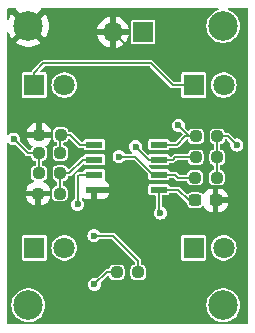
<source format=gbr>
G04 #@! TF.GenerationSoftware,KiCad,Pcbnew,8.0.1*
G04 #@! TF.CreationDate,2025-02-25T23:45:37-07:00*
G04 #@! TF.ProjectId,ColorSensing,436f6c6f-7253-4656-9e73-696e672e6b69,rev?*
G04 #@! TF.SameCoordinates,Original*
G04 #@! TF.FileFunction,Copper,L1,Top*
G04 #@! TF.FilePolarity,Positive*
%FSLAX46Y46*%
G04 Gerber Fmt 4.6, Leading zero omitted, Abs format (unit mm)*
G04 Created by KiCad (PCBNEW 8.0.1) date 2025-02-25 23:45:37*
%MOMM*%
%LPD*%
G01*
G04 APERTURE LIST*
G04 Aperture macros list*
%AMRoundRect*
0 Rectangle with rounded corners*
0 $1 Rounding radius*
0 $2 $3 $4 $5 $6 $7 $8 $9 X,Y pos of 4 corners*
0 Add a 4 corners polygon primitive as box body*
4,1,4,$2,$3,$4,$5,$6,$7,$8,$9,$2,$3,0*
0 Add four circle primitives for the rounded corners*
1,1,$1+$1,$2,$3*
1,1,$1+$1,$4,$5*
1,1,$1+$1,$6,$7*
1,1,$1+$1,$8,$9*
0 Add four rect primitives between the rounded corners*
20,1,$1+$1,$2,$3,$4,$5,0*
20,1,$1+$1,$4,$5,$6,$7,0*
20,1,$1+$1,$6,$7,$8,$9,0*
20,1,$1+$1,$8,$9,$2,$3,0*%
G04 Aperture macros list end*
G04 #@! TA.AperFunction,SMDPad,CuDef*
%ADD10RoundRect,0.237500X-0.250000X-0.237500X0.250000X-0.237500X0.250000X0.237500X-0.250000X0.237500X0*%
G04 #@! TD*
G04 #@! TA.AperFunction,ComponentPad*
%ADD11C,2.500000*%
G04 #@! TD*
G04 #@! TA.AperFunction,SMDPad,CuDef*
%ADD12RoundRect,0.237500X0.300000X0.237500X-0.300000X0.237500X-0.300000X-0.237500X0.300000X-0.237500X0*%
G04 #@! TD*
G04 #@! TA.AperFunction,SMDPad,CuDef*
%ADD13R,1.460500X0.558800*%
G04 #@! TD*
G04 #@! TA.AperFunction,ComponentPad*
%ADD14R,1.800000X1.800000*%
G04 #@! TD*
G04 #@! TA.AperFunction,ComponentPad*
%ADD15C,1.800000*%
G04 #@! TD*
G04 #@! TA.AperFunction,SMDPad,CuDef*
%ADD16RoundRect,0.237500X0.250000X0.237500X-0.250000X0.237500X-0.250000X-0.237500X0.250000X-0.237500X0*%
G04 #@! TD*
G04 #@! TA.AperFunction,ComponentPad*
%ADD17R,1.700000X1.700000*%
G04 #@! TD*
G04 #@! TA.AperFunction,ComponentPad*
%ADD18O,1.700000X1.700000*%
G04 #@! TD*
G04 #@! TA.AperFunction,ViaPad*
%ADD19C,0.600000*%
G04 #@! TD*
G04 #@! TA.AperFunction,Conductor*
%ADD20C,0.152400*%
G04 #@! TD*
G04 APERTURE END LIST*
D10*
X119390000Y-82460000D03*
X121215000Y-82460000D03*
D11*
X135000000Y-93640000D03*
D12*
X134345000Y-84740000D03*
X132620000Y-84740000D03*
D10*
X132620000Y-82840000D03*
X134445000Y-82840000D03*
X119390000Y-80760000D03*
X121215000Y-80760000D03*
D13*
X124091700Y-80040000D03*
X124091700Y-81310000D03*
X124091700Y-82580000D03*
X124091700Y-83850000D03*
X129540000Y-83850000D03*
X129540000Y-82580000D03*
X129540000Y-81310000D03*
X129540000Y-80040000D03*
D10*
X132680000Y-79330000D03*
X134505000Y-79330000D03*
D14*
X132500000Y-88780000D03*
D15*
X135040000Y-88780000D03*
D10*
X119330000Y-84180000D03*
X121155000Y-84180000D03*
D11*
X118500000Y-70000000D03*
D14*
X119000000Y-75000000D03*
D15*
X121540000Y-75000000D03*
D14*
X119000000Y-88780000D03*
D15*
X121540000Y-88780000D03*
D16*
X127800000Y-90850000D03*
X125975000Y-90850000D03*
D11*
X118500000Y-93640000D03*
D10*
X132670000Y-81110000D03*
X134495000Y-81110000D03*
D16*
X121225000Y-79210000D03*
X119400000Y-79210000D03*
D11*
X135000000Y-70000000D03*
D14*
X132500000Y-75000000D03*
D15*
X135040000Y-75000000D03*
D17*
X128215000Y-70500000D03*
D18*
X125675000Y-70500000D03*
D19*
X127340000Y-72090000D03*
X124580000Y-77980000D03*
X117400000Y-83300000D03*
X128260000Y-85220000D03*
X129740000Y-93300000D03*
X129170000Y-77820000D03*
X129790000Y-89150000D03*
X129670000Y-85830000D03*
X117250000Y-79550000D03*
X136150000Y-80070000D03*
X126180000Y-81050000D03*
X127580000Y-80210000D03*
X131200000Y-78420000D03*
X122670000Y-85100000D03*
X124100000Y-91870000D03*
X124060000Y-87740000D03*
D20*
X127340000Y-72090000D02*
X127265000Y-72090000D01*
X127265000Y-72090000D02*
X125675000Y-70500000D01*
X118460000Y-80760000D02*
X119390000Y-80760000D01*
X117250000Y-79550000D02*
X118460000Y-80760000D01*
X134445000Y-81160000D02*
X134495000Y-81110000D01*
X132620000Y-84740000D02*
X132060000Y-84740000D01*
X129540000Y-83850000D02*
X129540000Y-85700000D01*
X134505000Y-79330000D02*
X135410000Y-79330000D01*
X119390000Y-80760000D02*
X119390000Y-82460000D01*
X131170000Y-83850000D02*
X129540000Y-83850000D01*
X129540000Y-85700000D02*
X129670000Y-85830000D01*
X134495000Y-79340000D02*
X134505000Y-79330000D01*
X135410000Y-79330000D02*
X136150000Y-80070000D01*
X132060000Y-84740000D02*
X131170000Y-83850000D01*
X134495000Y-81110000D02*
X134495000Y-79340000D01*
X134445000Y-82840000D02*
X134445000Y-81160000D01*
X130750000Y-75000000D02*
X128920000Y-73170000D01*
X132500000Y-75000000D02*
X130750000Y-75000000D01*
X119770000Y-73170000D02*
X119000000Y-73940000D01*
X119000000Y-73940000D02*
X119000000Y-75000000D01*
X128920000Y-73170000D02*
X119770000Y-73170000D01*
X121215000Y-80760000D02*
X121215000Y-79220000D01*
X121225000Y-79210000D02*
X122040000Y-79210000D01*
X122870000Y-80040000D02*
X124091700Y-80040000D01*
X121215000Y-79220000D02*
X121225000Y-79210000D01*
X122040000Y-79210000D02*
X122870000Y-80040000D01*
X121155000Y-82520000D02*
X121215000Y-82460000D01*
X121960000Y-82460000D02*
X121215000Y-82460000D01*
X123110000Y-81310000D02*
X121960000Y-82460000D01*
X121155000Y-84180000D02*
X121155000Y-82520000D01*
X124091700Y-81310000D02*
X123110000Y-81310000D01*
X127559150Y-81050000D02*
X129089150Y-82580000D01*
X130880000Y-82580000D02*
X129540000Y-82580000D01*
X131140000Y-82840000D02*
X130880000Y-82580000D01*
X126180000Y-81050000D02*
X127559150Y-81050000D01*
X132620000Y-82840000D02*
X131140000Y-82840000D01*
X129089150Y-82580000D02*
X129540000Y-82580000D01*
X132670000Y-81110000D02*
X130920000Y-81110000D01*
X128680000Y-81310000D02*
X127580000Y-80210000D01*
X130720000Y-81310000D02*
X129540000Y-81310000D01*
X129540000Y-81310000D02*
X128680000Y-81310000D01*
X130920000Y-81110000D02*
X130720000Y-81310000D01*
X131780000Y-79330000D02*
X132680000Y-79330000D01*
X132680000Y-79330000D02*
X132110000Y-79330000D01*
X131070000Y-80040000D02*
X131780000Y-79330000D01*
X132680000Y-79330000D02*
X132680000Y-79100000D01*
X129540000Y-80040000D02*
X131070000Y-80040000D01*
X132110000Y-79330000D02*
X131200000Y-78420000D01*
X122790000Y-82580000D02*
X124091700Y-82580000D01*
X122670000Y-82700000D02*
X122790000Y-82580000D01*
X122670000Y-85100000D02*
X122670000Y-82700000D01*
X125120000Y-90850000D02*
X124100000Y-91870000D01*
X125975000Y-90850000D02*
X125120000Y-90850000D01*
X124060000Y-87740000D02*
X125640000Y-87740000D01*
X127800000Y-89900000D02*
X127800000Y-90850000D01*
X125640000Y-87740000D02*
X127800000Y-89900000D01*
G04 #@! TA.AperFunction,Conductor*
G36*
X134595875Y-68508093D02*
G01*
X134621595Y-68552642D01*
X134612662Y-68603300D01*
X134573257Y-68636365D01*
X134572010Y-68636806D01*
X134481598Y-68667844D01*
X134424288Y-68687519D01*
X134424286Y-68687520D01*
X134216118Y-68800175D01*
X134029324Y-68945562D01*
X134029320Y-68945566D01*
X133869006Y-69119714D01*
X133739543Y-69317872D01*
X133739542Y-69317876D01*
X133644458Y-69534644D01*
X133586352Y-69764104D01*
X133586351Y-69764107D01*
X133566805Y-69999998D01*
X133566805Y-70000001D01*
X133586351Y-70235892D01*
X133586351Y-70235894D01*
X133586352Y-70235896D01*
X133644459Y-70465358D01*
X133681360Y-70549482D01*
X133739542Y-70682123D01*
X133739543Y-70682127D01*
X133869006Y-70880285D01*
X134029320Y-71054433D01*
X134029324Y-71054437D01*
X134216118Y-71199824D01*
X134424286Y-71312479D01*
X134424292Y-71312482D01*
X134424293Y-71312482D01*
X134424299Y-71312485D01*
X134584725Y-71367559D01*
X134648171Y-71389340D01*
X134881648Y-71428300D01*
X134881651Y-71428300D01*
X135118349Y-71428300D01*
X135118352Y-71428300D01*
X135351829Y-71389340D01*
X135503902Y-71337132D01*
X135575700Y-71312485D01*
X135575702Y-71312484D01*
X135575708Y-71312482D01*
X135783883Y-71199823D01*
X135970677Y-71054436D01*
X136130992Y-70880287D01*
X136260457Y-70682125D01*
X136355541Y-70465358D01*
X136413648Y-70235896D01*
X136433195Y-70000000D01*
X136413648Y-69764104D01*
X136355541Y-69534642D01*
X136260457Y-69317875D01*
X136260456Y-69317874D01*
X136260456Y-69317872D01*
X136130993Y-69119714D01*
X135970679Y-68945566D01*
X135970675Y-68945562D01*
X135783881Y-68800175D01*
X135575713Y-68687520D01*
X135575711Y-68687519D01*
X135568568Y-68685067D01*
X135428044Y-68636824D01*
X135388040Y-68604490D01*
X135378178Y-68554005D01*
X135403075Y-68508991D01*
X135451081Y-68490513D01*
X135452463Y-68490500D01*
X137044300Y-68490500D01*
X137092638Y-68508093D01*
X137118358Y-68552642D01*
X137119500Y-68565700D01*
X137119500Y-95164300D01*
X137101907Y-95212638D01*
X137057358Y-95238358D01*
X137044300Y-95239500D01*
X116765700Y-95239500D01*
X116717362Y-95221907D01*
X116691642Y-95177358D01*
X116690500Y-95164300D01*
X116690500Y-93640001D01*
X117066805Y-93640001D01*
X117086351Y-93875892D01*
X117086352Y-93875895D01*
X117144458Y-94105355D01*
X117239542Y-94322123D01*
X117239543Y-94322127D01*
X117369006Y-94520285D01*
X117529320Y-94694433D01*
X117529324Y-94694437D01*
X117716118Y-94839824D01*
X117924286Y-94952479D01*
X117924292Y-94952482D01*
X117924293Y-94952482D01*
X117924299Y-94952485D01*
X118093293Y-95010500D01*
X118148171Y-95029340D01*
X118381648Y-95068300D01*
X118381651Y-95068300D01*
X118618349Y-95068300D01*
X118618352Y-95068300D01*
X118851829Y-95029340D01*
X119003902Y-94977132D01*
X119075700Y-94952485D01*
X119075702Y-94952484D01*
X119075708Y-94952482D01*
X119283883Y-94839823D01*
X119470677Y-94694436D01*
X119630992Y-94520287D01*
X119760457Y-94322125D01*
X119855541Y-94105358D01*
X119913648Y-93875896D01*
X119933195Y-93640001D01*
X133566805Y-93640001D01*
X133586351Y-93875892D01*
X133586352Y-93875895D01*
X133644458Y-94105355D01*
X133739542Y-94322123D01*
X133739543Y-94322127D01*
X133869006Y-94520285D01*
X134029320Y-94694433D01*
X134029324Y-94694437D01*
X134216118Y-94839824D01*
X134424286Y-94952479D01*
X134424292Y-94952482D01*
X134424293Y-94952482D01*
X134424299Y-94952485D01*
X134593293Y-95010500D01*
X134648171Y-95029340D01*
X134881648Y-95068300D01*
X134881651Y-95068300D01*
X135118349Y-95068300D01*
X135118352Y-95068300D01*
X135351829Y-95029340D01*
X135503902Y-94977132D01*
X135575700Y-94952485D01*
X135575702Y-94952484D01*
X135575708Y-94952482D01*
X135783883Y-94839823D01*
X135970677Y-94694436D01*
X136130992Y-94520287D01*
X136260457Y-94322125D01*
X136355541Y-94105358D01*
X136413648Y-93875896D01*
X136433195Y-93640000D01*
X136413648Y-93404104D01*
X136355541Y-93174642D01*
X136260457Y-92957875D01*
X136260456Y-92957874D01*
X136260456Y-92957872D01*
X136130993Y-92759714D01*
X135970679Y-92585566D01*
X135970675Y-92585562D01*
X135783881Y-92440175D01*
X135575713Y-92327520D01*
X135575700Y-92327514D01*
X135351842Y-92250664D01*
X135351836Y-92250662D01*
X135351829Y-92250660D01*
X135351822Y-92250658D01*
X135351819Y-92250658D01*
X135118357Y-92211700D01*
X135118352Y-92211700D01*
X134881648Y-92211700D01*
X134881642Y-92211700D01*
X134648180Y-92250658D01*
X134648174Y-92250659D01*
X134648171Y-92250660D01*
X134648166Y-92250661D01*
X134648157Y-92250664D01*
X134424299Y-92327514D01*
X134424286Y-92327520D01*
X134216118Y-92440175D01*
X134029324Y-92585562D01*
X134029320Y-92585566D01*
X133869006Y-92759714D01*
X133739543Y-92957872D01*
X133739542Y-92957876D01*
X133644458Y-93174644D01*
X133586352Y-93404104D01*
X133586351Y-93404107D01*
X133566805Y-93639998D01*
X133566805Y-93640001D01*
X119933195Y-93640001D01*
X119933195Y-93640000D01*
X119913648Y-93404104D01*
X119855541Y-93174642D01*
X119760457Y-92957875D01*
X119760456Y-92957874D01*
X119760456Y-92957872D01*
X119630993Y-92759714D01*
X119470679Y-92585566D01*
X119470675Y-92585562D01*
X119283881Y-92440175D01*
X119075713Y-92327520D01*
X119075700Y-92327514D01*
X118851842Y-92250664D01*
X118851836Y-92250662D01*
X118851829Y-92250660D01*
X118851822Y-92250658D01*
X118851819Y-92250658D01*
X118618357Y-92211700D01*
X118618352Y-92211700D01*
X118381648Y-92211700D01*
X118381642Y-92211700D01*
X118148180Y-92250658D01*
X118148174Y-92250659D01*
X118148171Y-92250660D01*
X118148166Y-92250661D01*
X118148157Y-92250664D01*
X117924299Y-92327514D01*
X117924286Y-92327520D01*
X117716118Y-92440175D01*
X117529324Y-92585562D01*
X117529320Y-92585566D01*
X117369006Y-92759714D01*
X117239543Y-92957872D01*
X117239542Y-92957876D01*
X117144458Y-93174644D01*
X117086352Y-93404104D01*
X117086351Y-93404107D01*
X117066805Y-93639998D01*
X117066805Y-93640001D01*
X116690500Y-93640001D01*
X116690500Y-91870000D01*
X123544750Y-91870000D01*
X123563670Y-92013709D01*
X123563671Y-92013711D01*
X123619139Y-92147626D01*
X123707378Y-92262621D01*
X123822373Y-92350860D01*
X123822374Y-92350860D01*
X123822375Y-92350861D01*
X123956291Y-92406330D01*
X124100000Y-92425250D01*
X124243709Y-92406330D01*
X124377625Y-92350861D01*
X124492621Y-92262621D01*
X124580861Y-92147625D01*
X124636330Y-92013709D01*
X124655250Y-91870000D01*
X124637365Y-91734155D01*
X124648499Y-91683937D01*
X124658743Y-91671173D01*
X125191235Y-91138682D01*
X125237854Y-91116943D01*
X125287541Y-91130257D01*
X125317046Y-91172394D01*
X125318682Y-91180095D01*
X125324619Y-91217588D01*
X125384418Y-91334949D01*
X125477550Y-91428081D01*
X125477552Y-91428082D01*
X125594907Y-91487878D01*
X125594909Y-91487879D01*
X125692275Y-91503300D01*
X126257724Y-91503299D01*
X126264341Y-91502250D01*
X126355089Y-91487880D01*
X126375700Y-91477378D01*
X126472448Y-91428082D01*
X126565582Y-91334948D01*
X126625379Y-91217591D01*
X126640800Y-91120225D01*
X126640799Y-90579776D01*
X126633243Y-90532063D01*
X126625380Y-90482410D01*
X126565581Y-90365050D01*
X126472449Y-90271918D01*
X126355091Y-90212121D01*
X126355093Y-90212121D01*
X126292937Y-90202277D01*
X126257725Y-90196700D01*
X126257723Y-90196700D01*
X125692281Y-90196700D01*
X125692269Y-90196701D01*
X125594910Y-90212119D01*
X125477550Y-90271918D01*
X125384418Y-90365050D01*
X125324621Y-90482407D01*
X125316757Y-90532063D01*
X125291819Y-90577054D01*
X125243796Y-90595489D01*
X125242483Y-90595500D01*
X125179383Y-90595500D01*
X125179375Y-90595499D01*
X125170623Y-90595499D01*
X125069377Y-90595499D01*
X125010390Y-90619932D01*
X124975834Y-90634246D01*
X124298829Y-91311251D01*
X124252209Y-91332991D01*
X124235840Y-91332634D01*
X124100000Y-91314750D01*
X123956291Y-91333670D01*
X123956288Y-91333670D01*
X123956288Y-91333671D01*
X123822373Y-91389139D01*
X123707378Y-91477378D01*
X123619139Y-91592373D01*
X123563671Y-91726288D01*
X123563670Y-91726291D01*
X123544750Y-91870000D01*
X116690500Y-91870000D01*
X116690500Y-89697559D01*
X117921700Y-89697559D01*
X117921701Y-89697564D01*
X117932043Y-89749565D01*
X117932045Y-89749571D01*
X117971451Y-89808545D01*
X117971452Y-89808545D01*
X117971453Y-89808547D01*
X118030431Y-89847955D01*
X118082439Y-89858300D01*
X119917560Y-89858299D01*
X119943564Y-89853127D01*
X119969565Y-89847956D01*
X119969566Y-89847955D01*
X119969569Y-89847955D01*
X119969569Y-89847954D01*
X119969571Y-89847954D01*
X120009043Y-89821579D01*
X120028547Y-89808547D01*
X120067955Y-89749569D01*
X120078300Y-89697561D01*
X120078300Y-88780002D01*
X120457080Y-88780002D01*
X120475519Y-88978985D01*
X120475520Y-88978994D01*
X120530204Y-89171187D01*
X120530210Y-89171203D01*
X120619280Y-89350080D01*
X120739708Y-89509554D01*
X120739711Y-89509557D01*
X120887392Y-89644187D01*
X121057297Y-89749388D01*
X121057299Y-89749388D01*
X121057301Y-89749390D01*
X121243645Y-89821580D01*
X121440081Y-89858300D01*
X121440086Y-89858300D01*
X121639914Y-89858300D01*
X121639919Y-89858300D01*
X121836355Y-89821580D01*
X122022699Y-89749390D01*
X122192605Y-89644189D01*
X122340288Y-89509558D01*
X122460717Y-89350084D01*
X122549793Y-89171196D01*
X122604481Y-88978986D01*
X122622920Y-88780000D01*
X122604481Y-88581014D01*
X122604479Y-88581008D01*
X122604479Y-88581005D01*
X122549795Y-88388812D01*
X122549793Y-88388804D01*
X122546984Y-88383163D01*
X122460719Y-88209919D01*
X122340291Y-88050445D01*
X122340288Y-88050442D01*
X122192607Y-87915812D01*
X122022702Y-87810611D01*
X121840434Y-87740000D01*
X123504750Y-87740000D01*
X123523670Y-87883709D01*
X123523671Y-87883711D01*
X123579139Y-88017626D01*
X123667378Y-88132621D01*
X123782373Y-88220860D01*
X123782374Y-88220860D01*
X123782375Y-88220861D01*
X123916291Y-88276330D01*
X124060000Y-88295250D01*
X124203709Y-88276330D01*
X124337625Y-88220861D01*
X124452621Y-88132621D01*
X124515677Y-88050445D01*
X124536030Y-88023921D01*
X124579414Y-87996283D01*
X124595690Y-87994500D01*
X125503434Y-87994500D01*
X125551772Y-88012093D01*
X125556608Y-88016526D01*
X127523474Y-89983391D01*
X127545214Y-90030011D01*
X127545500Y-90036565D01*
X127545500Y-90128003D01*
X127527907Y-90176341D01*
X127483358Y-90202061D01*
X127482063Y-90202277D01*
X127419910Y-90212119D01*
X127302550Y-90271918D01*
X127209418Y-90365050D01*
X127149621Y-90482407D01*
X127134200Y-90579773D01*
X127134200Y-91120218D01*
X127134201Y-91120230D01*
X127149619Y-91217589D01*
X127209418Y-91334949D01*
X127302550Y-91428081D01*
X127302552Y-91428082D01*
X127419907Y-91487878D01*
X127419909Y-91487879D01*
X127517275Y-91503300D01*
X128082724Y-91503299D01*
X128089341Y-91502250D01*
X128180089Y-91487880D01*
X128200700Y-91477378D01*
X128297448Y-91428082D01*
X128390582Y-91334948D01*
X128450379Y-91217591D01*
X128465800Y-91120225D01*
X128465799Y-90579776D01*
X128458243Y-90532063D01*
X128450380Y-90482410D01*
X128390581Y-90365050D01*
X128297449Y-90271918D01*
X128180091Y-90212121D01*
X128180093Y-90212121D01*
X128143363Y-90206303D01*
X128117935Y-90202276D01*
X128072946Y-90177339D01*
X128054511Y-90129316D01*
X128054500Y-90128003D01*
X128054500Y-89849377D01*
X128015755Y-89755837D01*
X128015754Y-89755836D01*
X128015754Y-89755835D01*
X127957478Y-89697559D01*
X131421700Y-89697559D01*
X131421701Y-89697564D01*
X131432043Y-89749565D01*
X131432045Y-89749571D01*
X131471451Y-89808545D01*
X131471452Y-89808545D01*
X131471453Y-89808547D01*
X131530431Y-89847955D01*
X131582439Y-89858300D01*
X133417560Y-89858299D01*
X133443564Y-89853127D01*
X133469565Y-89847956D01*
X133469566Y-89847955D01*
X133469569Y-89847955D01*
X133469569Y-89847954D01*
X133469571Y-89847954D01*
X133509043Y-89821579D01*
X133528547Y-89808547D01*
X133567955Y-89749569D01*
X133578300Y-89697561D01*
X133578300Y-88780002D01*
X133957080Y-88780002D01*
X133975519Y-88978985D01*
X133975520Y-88978994D01*
X134030204Y-89171187D01*
X134030210Y-89171203D01*
X134119280Y-89350080D01*
X134239708Y-89509554D01*
X134239711Y-89509557D01*
X134387392Y-89644187D01*
X134557297Y-89749388D01*
X134557299Y-89749388D01*
X134557301Y-89749390D01*
X134743645Y-89821580D01*
X134940081Y-89858300D01*
X134940086Y-89858300D01*
X135139914Y-89858300D01*
X135139919Y-89858300D01*
X135336355Y-89821580D01*
X135522699Y-89749390D01*
X135692605Y-89644189D01*
X135840288Y-89509558D01*
X135960717Y-89350084D01*
X136049793Y-89171196D01*
X136104481Y-88978986D01*
X136122920Y-88780000D01*
X136104481Y-88581014D01*
X136104479Y-88581008D01*
X136104479Y-88581005D01*
X136049795Y-88388812D01*
X136049793Y-88388804D01*
X136046984Y-88383163D01*
X135960719Y-88209919D01*
X135840291Y-88050445D01*
X135840288Y-88050442D01*
X135692607Y-87915812D01*
X135522702Y-87810611D01*
X135336356Y-87738420D01*
X135303615Y-87732300D01*
X135139919Y-87701700D01*
X134940081Y-87701700D01*
X134809123Y-87726180D01*
X134743643Y-87738420D01*
X134557298Y-87810611D01*
X134557297Y-87810611D01*
X134387392Y-87915812D01*
X134239711Y-88050442D01*
X134239708Y-88050445D01*
X134119280Y-88209919D01*
X134030210Y-88388796D01*
X134030204Y-88388812D01*
X133975520Y-88581005D01*
X133975519Y-88581014D01*
X133957080Y-88779997D01*
X133957080Y-88780002D01*
X133578300Y-88780002D01*
X133578299Y-87862440D01*
X133567955Y-87810431D01*
X133567954Y-87810428D01*
X133528548Y-87751454D01*
X133511406Y-87740000D01*
X133469569Y-87712045D01*
X133469567Y-87712044D01*
X133417561Y-87701700D01*
X131582440Y-87701700D01*
X131582435Y-87701701D01*
X131530434Y-87712043D01*
X131530428Y-87712045D01*
X131471454Y-87751451D01*
X131432045Y-87810431D01*
X131432044Y-87810432D01*
X131421700Y-87862438D01*
X131421700Y-89697559D01*
X127957478Y-89697559D01*
X127939884Y-89679965D01*
X127939869Y-89679952D01*
X125784164Y-87524245D01*
X125690623Y-87485500D01*
X124595690Y-87485500D01*
X124547352Y-87467907D01*
X124536030Y-87456079D01*
X124452621Y-87347378D01*
X124337626Y-87259139D01*
X124203711Y-87203671D01*
X124203709Y-87203670D01*
X124060000Y-87184750D01*
X123916291Y-87203670D01*
X123916288Y-87203670D01*
X123916288Y-87203671D01*
X123782373Y-87259139D01*
X123667378Y-87347378D01*
X123579139Y-87462373D01*
X123523671Y-87596288D01*
X123523670Y-87596291D01*
X123504750Y-87740000D01*
X121840434Y-87740000D01*
X121836356Y-87738420D01*
X121803615Y-87732300D01*
X121639919Y-87701700D01*
X121440081Y-87701700D01*
X121309123Y-87726180D01*
X121243643Y-87738420D01*
X121057298Y-87810611D01*
X121057297Y-87810611D01*
X120887392Y-87915812D01*
X120739711Y-88050442D01*
X120739708Y-88050445D01*
X120619280Y-88209919D01*
X120530210Y-88388796D01*
X120530204Y-88388812D01*
X120475520Y-88581005D01*
X120475519Y-88581014D01*
X120457080Y-88779997D01*
X120457080Y-88780002D01*
X120078300Y-88780002D01*
X120078299Y-87862440D01*
X120067955Y-87810431D01*
X120067954Y-87810428D01*
X120028548Y-87751454D01*
X120011406Y-87740000D01*
X119969569Y-87712045D01*
X119969567Y-87712044D01*
X119917561Y-87701700D01*
X118082440Y-87701700D01*
X118082435Y-87701701D01*
X118030434Y-87712043D01*
X118030428Y-87712045D01*
X117971454Y-87751451D01*
X117932045Y-87810431D01*
X117932044Y-87810432D01*
X117921700Y-87862438D01*
X117921700Y-89697559D01*
X116690500Y-89697559D01*
X116690500Y-84430000D01*
X118342501Y-84430000D01*
X118342501Y-84466641D01*
X118352820Y-84567655D01*
X118407048Y-84731305D01*
X118497552Y-84878034D01*
X118497555Y-84878038D01*
X118619461Y-84999944D01*
X118619465Y-84999947D01*
X118766195Y-85090451D01*
X118766194Y-85090451D01*
X118929847Y-85144679D01*
X118929849Y-85144680D01*
X119030858Y-85154999D01*
X119079999Y-85154998D01*
X119080000Y-85154998D01*
X119080000Y-84430000D01*
X119580000Y-84430000D01*
X119580000Y-85154999D01*
X119629141Y-85154999D01*
X119730155Y-85144679D01*
X119864988Y-85100000D01*
X122114750Y-85100000D01*
X122133670Y-85243709D01*
X122144639Y-85270190D01*
X122189139Y-85377626D01*
X122277378Y-85492621D01*
X122392373Y-85580860D01*
X122392374Y-85580860D01*
X122392375Y-85580861D01*
X122526291Y-85636330D01*
X122670000Y-85655250D01*
X122813709Y-85636330D01*
X122947625Y-85580861D01*
X123062621Y-85492621D01*
X123150861Y-85377625D01*
X123206330Y-85243709D01*
X123225250Y-85100000D01*
X123206330Y-84956291D01*
X123150861Y-84822375D01*
X123150860Y-84822374D01*
X123150860Y-84822373D01*
X123062618Y-84707375D01*
X123059136Y-84703893D01*
X123060863Y-84702165D01*
X123038041Y-84666342D01*
X123044756Y-84615342D01*
X123082681Y-84580590D01*
X123134072Y-84578347D01*
X123137739Y-84579607D01*
X123254072Y-84622997D01*
X123254075Y-84622998D01*
X123313618Y-84629399D01*
X123313630Y-84629400D01*
X123841700Y-84629400D01*
X123841700Y-84100000D01*
X124341700Y-84100000D01*
X124341700Y-84629400D01*
X124869770Y-84629400D01*
X124869781Y-84629399D01*
X124929324Y-84622998D01*
X124929327Y-84622997D01*
X125064040Y-84572751D01*
X125064042Y-84572750D01*
X125179139Y-84486589D01*
X125265300Y-84371492D01*
X125265301Y-84371490D01*
X125315547Y-84236777D01*
X125315548Y-84236774D01*
X125321949Y-84177231D01*
X125321950Y-84177220D01*
X125321950Y-84146959D01*
X128631450Y-84146959D01*
X128631451Y-84146964D01*
X128641793Y-84198965D01*
X128641795Y-84198971D01*
X128681201Y-84257945D01*
X128681202Y-84257945D01*
X128681203Y-84257947D01*
X128740181Y-84297355D01*
X128792189Y-84307700D01*
X129210300Y-84307699D01*
X129258637Y-84325292D01*
X129284358Y-84369840D01*
X129285500Y-84382899D01*
X129285500Y-85401268D01*
X129269960Y-85447047D01*
X129189139Y-85552373D01*
X129146527Y-85655250D01*
X129133670Y-85686291D01*
X129114750Y-85830000D01*
X129133670Y-85973709D01*
X129133671Y-85973711D01*
X129189139Y-86107626D01*
X129277378Y-86222621D01*
X129392373Y-86310860D01*
X129392374Y-86310860D01*
X129392375Y-86310861D01*
X129526291Y-86366330D01*
X129670000Y-86385250D01*
X129813709Y-86366330D01*
X129947625Y-86310861D01*
X130062621Y-86222621D01*
X130150861Y-86107625D01*
X130206330Y-85973709D01*
X130225250Y-85830000D01*
X130206330Y-85686291D01*
X130150861Y-85552375D01*
X130150860Y-85552374D01*
X130150860Y-85552373D01*
X130062621Y-85437378D01*
X129947626Y-85349139D01*
X129840923Y-85304942D01*
X129802997Y-85270190D01*
X129794500Y-85235466D01*
X129794500Y-84382899D01*
X129812093Y-84334561D01*
X129856642Y-84308841D01*
X129869700Y-84307699D01*
X130287810Y-84307699D01*
X130313814Y-84302527D01*
X130339815Y-84297356D01*
X130339816Y-84297355D01*
X130339819Y-84297355D01*
X130339819Y-84297354D01*
X130339821Y-84297354D01*
X130369308Y-84277651D01*
X130398797Y-84257947D01*
X130438205Y-84198969D01*
X130444956Y-84165028D01*
X130471642Y-84121053D01*
X130518711Y-84104500D01*
X131033434Y-84104500D01*
X131081772Y-84122093D01*
X131086608Y-84126526D01*
X131839952Y-84879869D01*
X131839958Y-84879876D01*
X131844244Y-84884162D01*
X131844245Y-84884163D01*
X131882174Y-84922092D01*
X131903914Y-84968711D01*
X131904200Y-84975264D01*
X131904200Y-85010217D01*
X131904202Y-85010230D01*
X131919619Y-85107589D01*
X131979418Y-85224949D01*
X132072550Y-85318081D01*
X132072552Y-85318082D01*
X132189907Y-85377878D01*
X132189909Y-85377879D01*
X132287275Y-85393300D01*
X132952724Y-85393299D01*
X132959341Y-85392250D01*
X133050089Y-85377880D01*
X133050093Y-85377878D01*
X133167448Y-85318082D01*
X133241581Y-85243948D01*
X133288200Y-85222209D01*
X133337888Y-85235522D01*
X133366138Y-85273469D01*
X133372048Y-85291305D01*
X133462552Y-85438034D01*
X133462555Y-85438038D01*
X133584461Y-85559944D01*
X133584465Y-85559947D01*
X133731195Y-85650451D01*
X133731194Y-85650451D01*
X133894847Y-85704679D01*
X133894849Y-85704680D01*
X133995858Y-85714999D01*
X134095000Y-85714999D01*
X134095000Y-84990000D01*
X134595000Y-84990000D01*
X134595000Y-85714999D01*
X134694141Y-85714999D01*
X134795155Y-85704679D01*
X134958805Y-85650451D01*
X135105534Y-85559947D01*
X135105538Y-85559944D01*
X135227444Y-85438038D01*
X135227447Y-85438034D01*
X135317951Y-85291305D01*
X135372179Y-85127652D01*
X135372180Y-85127650D01*
X135382500Y-85026640D01*
X135382500Y-84990000D01*
X134595000Y-84990000D01*
X134095000Y-84990000D01*
X134095000Y-83765000D01*
X134595000Y-83765000D01*
X134595000Y-84490000D01*
X135382499Y-84490000D01*
X135382499Y-84453358D01*
X135372179Y-84352344D01*
X135317951Y-84188694D01*
X135227447Y-84041965D01*
X135227444Y-84041961D01*
X135105538Y-83920055D01*
X135105534Y-83920052D01*
X134958804Y-83829548D01*
X134958805Y-83829548D01*
X134795152Y-83775320D01*
X134795150Y-83775319D01*
X134694141Y-83765000D01*
X134595000Y-83765000D01*
X134095000Y-83765000D01*
X133995859Y-83765000D01*
X133894844Y-83775320D01*
X133731194Y-83829548D01*
X133584465Y-83920052D01*
X133584461Y-83920055D01*
X133462555Y-84041961D01*
X133462552Y-84041965D01*
X133372048Y-84188693D01*
X133366138Y-84206531D01*
X133334232Y-84246880D01*
X133283855Y-84257282D01*
X133241581Y-84236050D01*
X133167449Y-84161918D01*
X133050091Y-84102121D01*
X133050093Y-84102121D01*
X133001408Y-84094410D01*
X132952725Y-84086700D01*
X132952723Y-84086700D01*
X132287281Y-84086700D01*
X132287269Y-84086701D01*
X132189910Y-84102119D01*
X132072552Y-84161917D01*
X132010367Y-84224102D01*
X131963747Y-84245841D01*
X131914060Y-84232527D01*
X131904019Y-84224101D01*
X131314164Y-83634245D01*
X131220623Y-83595500D01*
X130518710Y-83595500D01*
X130470372Y-83577907D01*
X130444955Y-83534969D01*
X130438205Y-83501031D01*
X130438204Y-83501029D01*
X130438204Y-83501028D01*
X130398798Y-83442054D01*
X130398794Y-83442051D01*
X130339819Y-83402645D01*
X130339817Y-83402644D01*
X130287811Y-83392300D01*
X128792190Y-83392300D01*
X128792185Y-83392301D01*
X128740184Y-83402643D01*
X128740178Y-83402645D01*
X128681204Y-83442051D01*
X128641795Y-83501031D01*
X128641794Y-83501032D01*
X128631450Y-83553038D01*
X128631450Y-84146959D01*
X125321950Y-84146959D01*
X125321950Y-84100000D01*
X124341700Y-84100000D01*
X123841700Y-84100000D01*
X123841700Y-83675200D01*
X123859293Y-83626862D01*
X123903842Y-83601142D01*
X123916900Y-83600000D01*
X125321950Y-83600000D01*
X125321950Y-83522780D01*
X125321949Y-83522768D01*
X125315548Y-83463225D01*
X125315547Y-83463222D01*
X125265301Y-83328509D01*
X125265300Y-83328507D01*
X125179139Y-83213410D01*
X125064042Y-83127249D01*
X125064040Y-83127248D01*
X124987688Y-83098770D01*
X124948547Y-83065393D01*
X124940016Y-83014665D01*
X124951442Y-82986532D01*
X124989905Y-82928969D01*
X125000250Y-82876961D01*
X125000249Y-82283040D01*
X124989905Y-82231031D01*
X124989904Y-82231028D01*
X124950498Y-82172054D01*
X124950494Y-82172051D01*
X124891519Y-82132645D01*
X124891517Y-82132644D01*
X124839511Y-82122300D01*
X123343890Y-82122300D01*
X123343885Y-82122301D01*
X123291884Y-82132643D01*
X123291878Y-82132645D01*
X123232904Y-82172051D01*
X123193495Y-82231031D01*
X123193494Y-82231032D01*
X123186744Y-82264971D01*
X123160058Y-82308947D01*
X123112989Y-82325500D01*
X122849383Y-82325500D01*
X122849375Y-82325499D01*
X122840623Y-82325499D01*
X122739377Y-82325499D01*
X122692607Y-82344872D01*
X122645836Y-82364245D01*
X122585837Y-82424245D01*
X122525837Y-82484245D01*
X122503270Y-82506812D01*
X122454244Y-82555837D01*
X122415500Y-82649376D01*
X122415500Y-84564310D01*
X122397907Y-84612648D01*
X122386079Y-84623970D01*
X122277378Y-84707378D01*
X122189139Y-84822373D01*
X122147836Y-84922091D01*
X122133670Y-84956291D01*
X122114750Y-85100000D01*
X119864988Y-85100000D01*
X119893805Y-85090451D01*
X120040534Y-84999947D01*
X120040538Y-84999944D01*
X120162444Y-84878038D01*
X120162447Y-84878034D01*
X120252951Y-84731305D01*
X120307179Y-84567652D01*
X120307180Y-84567650D01*
X120317500Y-84466640D01*
X120317500Y-84450218D01*
X120489200Y-84450218D01*
X120489201Y-84450230D01*
X120504619Y-84547589D01*
X120564418Y-84664949D01*
X120657550Y-84758081D01*
X120657552Y-84758082D01*
X120774907Y-84817878D01*
X120774909Y-84817879D01*
X120872275Y-84833300D01*
X121437724Y-84833299D01*
X121444341Y-84832250D01*
X121535089Y-84817880D01*
X121535093Y-84817878D01*
X121652448Y-84758082D01*
X121745582Y-84664948D01*
X121805379Y-84547591D01*
X121820800Y-84450225D01*
X121820799Y-83909776D01*
X121818199Y-83893358D01*
X121805380Y-83812410D01*
X121745581Y-83695050D01*
X121652449Y-83601918D01*
X121535091Y-83542121D01*
X121535093Y-83542121D01*
X121489928Y-83534968D01*
X121472935Y-83532276D01*
X121427946Y-83507339D01*
X121409511Y-83459316D01*
X121409500Y-83458003D01*
X121409500Y-83188499D01*
X121427093Y-83140161D01*
X121471642Y-83114441D01*
X121484700Y-83113299D01*
X121497719Y-83113299D01*
X121497724Y-83113299D01*
X121505339Y-83112093D01*
X121595089Y-83097880D01*
X121601723Y-83094500D01*
X121712448Y-83038082D01*
X121805582Y-82944948D01*
X121865379Y-82827591D01*
X121873243Y-82777936D01*
X121898181Y-82732946D01*
X121946204Y-82714511D01*
X121947517Y-82714500D01*
X122010622Y-82714500D01*
X122010623Y-82714500D01*
X122104163Y-82675755D01*
X123099645Y-81680271D01*
X123146263Y-81658533D01*
X123195950Y-81671847D01*
X123215343Y-81691668D01*
X123232901Y-81717945D01*
X123232902Y-81717945D01*
X123232903Y-81717947D01*
X123291881Y-81757355D01*
X123343889Y-81767700D01*
X124839510Y-81767699D01*
X124865514Y-81762527D01*
X124891515Y-81757356D01*
X124891516Y-81757355D01*
X124891519Y-81757355D01*
X124891519Y-81757354D01*
X124891521Y-81757354D01*
X124921008Y-81737651D01*
X124950497Y-81717947D01*
X124989905Y-81658969D01*
X125000250Y-81606961D01*
X125000249Y-81050000D01*
X125624750Y-81050000D01*
X125643670Y-81193709D01*
X125643671Y-81193711D01*
X125699139Y-81327626D01*
X125787378Y-81442621D01*
X125902373Y-81530860D01*
X125902374Y-81530860D01*
X125902375Y-81530861D01*
X126036291Y-81586330D01*
X126180000Y-81605250D01*
X126323709Y-81586330D01*
X126457625Y-81530861D01*
X126572621Y-81442621D01*
X126656030Y-81333921D01*
X126699414Y-81306283D01*
X126715690Y-81304500D01*
X127422584Y-81304500D01*
X127470922Y-81322093D01*
X127475758Y-81326526D01*
X128609424Y-82460192D01*
X128631164Y-82506812D01*
X128631450Y-82513366D01*
X128631450Y-82876959D01*
X128631451Y-82876964D01*
X128641793Y-82928965D01*
X128641795Y-82928971D01*
X128681201Y-82987945D01*
X128681202Y-82987945D01*
X128681203Y-82987947D01*
X128740181Y-83027355D01*
X128792189Y-83037700D01*
X130287810Y-83037699D01*
X130313814Y-83032527D01*
X130339815Y-83027356D01*
X130339816Y-83027355D01*
X130339819Y-83027355D01*
X130339819Y-83027354D01*
X130339821Y-83027354D01*
X130369308Y-83007651D01*
X130398797Y-82987947D01*
X130438205Y-82928969D01*
X130444956Y-82895028D01*
X130471642Y-82851053D01*
X130518711Y-82834500D01*
X130743433Y-82834500D01*
X130791771Y-82852093D01*
X130796607Y-82856525D01*
X130919955Y-82979872D01*
X130919968Y-82979887D01*
X130995835Y-83055754D01*
X130995836Y-83055754D01*
X130995837Y-83055755D01*
X131023234Y-83067103D01*
X131089377Y-83094501D01*
X131199376Y-83094501D01*
X131199384Y-83094500D01*
X131887483Y-83094500D01*
X131935821Y-83112093D01*
X131961541Y-83156642D01*
X131961757Y-83157938D01*
X131969619Y-83207589D01*
X132029418Y-83324949D01*
X132122550Y-83418081D01*
X132122552Y-83418082D01*
X132239907Y-83477878D01*
X132239909Y-83477879D01*
X132337275Y-83493300D01*
X132902724Y-83493299D01*
X132909341Y-83492250D01*
X133000089Y-83477880D01*
X133028851Y-83463225D01*
X133117448Y-83418082D01*
X133210582Y-83324948D01*
X133270379Y-83207591D01*
X133285800Y-83110225D01*
X133285800Y-83110218D01*
X133779200Y-83110218D01*
X133779201Y-83110230D01*
X133794619Y-83207589D01*
X133854418Y-83324949D01*
X133947550Y-83418081D01*
X133947552Y-83418082D01*
X134064907Y-83477878D01*
X134064909Y-83477879D01*
X134162275Y-83493300D01*
X134727724Y-83493299D01*
X134734341Y-83492250D01*
X134825089Y-83477880D01*
X134853851Y-83463225D01*
X134942448Y-83418082D01*
X135035582Y-83324948D01*
X135095379Y-83207591D01*
X135110800Y-83110225D01*
X135110799Y-82569776D01*
X135109801Y-82563474D01*
X135095380Y-82472410D01*
X135035581Y-82355050D01*
X134942449Y-82261918D01*
X134825091Y-82202121D01*
X134825093Y-82202121D01*
X134788363Y-82196303D01*
X134762935Y-82192276D01*
X134717946Y-82167339D01*
X134699511Y-82119316D01*
X134699500Y-82118003D01*
X134699500Y-81838499D01*
X134717093Y-81790161D01*
X134761642Y-81764441D01*
X134774700Y-81763299D01*
X134777719Y-81763299D01*
X134777724Y-81763299D01*
X134784341Y-81762250D01*
X134875089Y-81747880D01*
X134875095Y-81747877D01*
X134992448Y-81688082D01*
X135085582Y-81594948D01*
X135145379Y-81477591D01*
X135160800Y-81380225D01*
X135160799Y-80839776D01*
X135150125Y-80772375D01*
X135145380Y-80742410D01*
X135085581Y-80625050D01*
X134992449Y-80531918D01*
X134875091Y-80472121D01*
X134875093Y-80472121D01*
X134838363Y-80466303D01*
X134812935Y-80462276D01*
X134767946Y-80437339D01*
X134749511Y-80389316D01*
X134749500Y-80388003D01*
X134749500Y-80053580D01*
X134767093Y-80005242D01*
X134811642Y-79979522D01*
X134812938Y-79979306D01*
X134885089Y-79967880D01*
X134885093Y-79967878D01*
X135002448Y-79908082D01*
X135095582Y-79814948D01*
X135155379Y-79697591D01*
X135163243Y-79647936D01*
X135188181Y-79602946D01*
X135236204Y-79584511D01*
X135237517Y-79584500D01*
X135273434Y-79584500D01*
X135321772Y-79602093D01*
X135326608Y-79606526D01*
X135591251Y-79871169D01*
X135612991Y-79917789D01*
X135612634Y-79934158D01*
X135597329Y-80050413D01*
X135594750Y-80070000D01*
X135613670Y-80213709D01*
X135629918Y-80252936D01*
X135669139Y-80347626D01*
X135757378Y-80462621D01*
X135872373Y-80550860D01*
X135872374Y-80550860D01*
X135872375Y-80550861D01*
X136006291Y-80606330D01*
X136150000Y-80625250D01*
X136293709Y-80606330D01*
X136427625Y-80550861D01*
X136542621Y-80462621D01*
X136630861Y-80347625D01*
X136686330Y-80213709D01*
X136705250Y-80070000D01*
X136686330Y-79926291D01*
X136630861Y-79792375D01*
X136630860Y-79792374D01*
X136630860Y-79792373D01*
X136542621Y-79677378D01*
X136427626Y-79589139D01*
X136293711Y-79533671D01*
X136293709Y-79533670D01*
X136150000Y-79514750D01*
X136149999Y-79514750D01*
X136014158Y-79532634D01*
X135963938Y-79521500D01*
X135951169Y-79511251D01*
X135554164Y-79114245D01*
X135460623Y-79075500D01*
X135237517Y-79075500D01*
X135189179Y-79057907D01*
X135163459Y-79013358D01*
X135163243Y-79012062D01*
X135155380Y-78962410D01*
X135095581Y-78845050D01*
X135002449Y-78751918D01*
X134885091Y-78692121D01*
X134885093Y-78692121D01*
X134836408Y-78684410D01*
X134787725Y-78676700D01*
X134787723Y-78676700D01*
X134222281Y-78676700D01*
X134222269Y-78676701D01*
X134124910Y-78692119D01*
X134007550Y-78751918D01*
X133914418Y-78845050D01*
X133854621Y-78962407D01*
X133839200Y-79059773D01*
X133839200Y-79600218D01*
X133839201Y-79600230D01*
X133854619Y-79697589D01*
X133914418Y-79814949D01*
X134007550Y-79908081D01*
X134007552Y-79908082D01*
X134124907Y-79967878D01*
X134124909Y-79967879D01*
X134177065Y-79976139D01*
X134222054Y-80001077D01*
X134240489Y-80049100D01*
X134240500Y-80050413D01*
X134240500Y-80388003D01*
X134222907Y-80436341D01*
X134178358Y-80462061D01*
X134177063Y-80462277D01*
X134114910Y-80472119D01*
X133997550Y-80531918D01*
X133904418Y-80625050D01*
X133844621Y-80742407D01*
X133829200Y-80839773D01*
X133829200Y-81380218D01*
X133829201Y-81380230D01*
X133844619Y-81477589D01*
X133904418Y-81594949D01*
X133997550Y-81688081D01*
X133997552Y-81688082D01*
X134114909Y-81747879D01*
X134127063Y-81749804D01*
X134172052Y-81774739D01*
X134190488Y-81822761D01*
X134190500Y-81824077D01*
X134190500Y-82118003D01*
X134172907Y-82166341D01*
X134128358Y-82192061D01*
X134127063Y-82192277D01*
X134064910Y-82202119D01*
X133947550Y-82261918D01*
X133854418Y-82355050D01*
X133794621Y-82472407D01*
X133779200Y-82569773D01*
X133779200Y-83110218D01*
X133285800Y-83110218D01*
X133285799Y-82569776D01*
X133284801Y-82563474D01*
X133270380Y-82472410D01*
X133210581Y-82355050D01*
X133117449Y-82261918D01*
X133000091Y-82202121D01*
X133000093Y-82202121D01*
X132937937Y-82192277D01*
X132902725Y-82186700D01*
X132902723Y-82186700D01*
X132337281Y-82186700D01*
X132337269Y-82186701D01*
X132239910Y-82202119D01*
X132122550Y-82261918D01*
X132029418Y-82355050D01*
X131969621Y-82472407D01*
X131961757Y-82522063D01*
X131936819Y-82567054D01*
X131888796Y-82585489D01*
X131887483Y-82585500D01*
X131276566Y-82585500D01*
X131228228Y-82567907D01*
X131223391Y-82563474D01*
X131132327Y-82472410D01*
X131024163Y-82364245D01*
X130930623Y-82325500D01*
X130930622Y-82325500D01*
X130518710Y-82325500D01*
X130470372Y-82307907D01*
X130444955Y-82264969D01*
X130438205Y-82231031D01*
X130438204Y-82231029D01*
X130438204Y-82231028D01*
X130398798Y-82172054D01*
X130398794Y-82172051D01*
X130339819Y-82132645D01*
X130339817Y-82132644D01*
X130287812Y-82122300D01*
X130287811Y-82122300D01*
X129022516Y-82122300D01*
X128974178Y-82104707D01*
X128969352Y-82100284D01*
X128765141Y-81896073D01*
X128743402Y-81849453D01*
X128756716Y-81799766D01*
X128798853Y-81770261D01*
X128818308Y-81767699D01*
X130287810Y-81767699D01*
X130313814Y-81762527D01*
X130339815Y-81757356D01*
X130339816Y-81757355D01*
X130339819Y-81757355D01*
X130339819Y-81757354D01*
X130339821Y-81757354D01*
X130369308Y-81737651D01*
X130398797Y-81717947D01*
X130438205Y-81658969D01*
X130444956Y-81625028D01*
X130471642Y-81581053D01*
X130518711Y-81564500D01*
X130770622Y-81564500D01*
X130770623Y-81564500D01*
X130864163Y-81525755D01*
X131003392Y-81386525D01*
X131050012Y-81364786D01*
X131056566Y-81364500D01*
X131937483Y-81364500D01*
X131985821Y-81382093D01*
X132011541Y-81426642D01*
X132011757Y-81427938D01*
X132019619Y-81477589D01*
X132079418Y-81594949D01*
X132172550Y-81688081D01*
X132172552Y-81688082D01*
X132289907Y-81747878D01*
X132289909Y-81747879D01*
X132387275Y-81763300D01*
X132952724Y-81763299D01*
X132959341Y-81762250D01*
X133050089Y-81747880D01*
X133050095Y-81747877D01*
X133167448Y-81688082D01*
X133260582Y-81594948D01*
X133320379Y-81477591D01*
X133335800Y-81380225D01*
X133335799Y-80839776D01*
X133325125Y-80772375D01*
X133320380Y-80742410D01*
X133260581Y-80625050D01*
X133167449Y-80531918D01*
X133050091Y-80472121D01*
X133050093Y-80472121D01*
X132987937Y-80462277D01*
X132952725Y-80456700D01*
X132952723Y-80456700D01*
X132387281Y-80456700D01*
X132387269Y-80456701D01*
X132289910Y-80472119D01*
X132172550Y-80531918D01*
X132079418Y-80625050D01*
X132019621Y-80742407D01*
X132011757Y-80792063D01*
X131986819Y-80837054D01*
X131938796Y-80855489D01*
X131937483Y-80855500D01*
X130979383Y-80855500D01*
X130979375Y-80855499D01*
X130970623Y-80855499D01*
X130869377Y-80855499D01*
X130822607Y-80874872D01*
X130775836Y-80894245D01*
X130738517Y-80931565D01*
X130636607Y-81033474D01*
X130589988Y-81055214D01*
X130583434Y-81055500D01*
X130518710Y-81055500D01*
X130470372Y-81037907D01*
X130444955Y-80994969D01*
X130438205Y-80961031D01*
X130438204Y-80961029D01*
X130438204Y-80961028D01*
X130398798Y-80902054D01*
X130398794Y-80902051D01*
X130339819Y-80862645D01*
X130339817Y-80862644D01*
X130287811Y-80852300D01*
X128792190Y-80852300D01*
X128792185Y-80852301D01*
X128740184Y-80862643D01*
X128740182Y-80862644D01*
X128703004Y-80887486D01*
X128653038Y-80899712D01*
X128608051Y-80878133D01*
X128138748Y-80408830D01*
X128117008Y-80362210D01*
X128117364Y-80345849D01*
X128118534Y-80336959D01*
X128631450Y-80336959D01*
X128631451Y-80336964D01*
X128641793Y-80388965D01*
X128641795Y-80388971D01*
X128681201Y-80447945D01*
X128681202Y-80447945D01*
X128681203Y-80447947D01*
X128740181Y-80487355D01*
X128792189Y-80497700D01*
X130287810Y-80497699D01*
X130313814Y-80492527D01*
X130339815Y-80487356D01*
X130339816Y-80487355D01*
X130339819Y-80487355D01*
X130339819Y-80487354D01*
X130339821Y-80487354D01*
X130377674Y-80462061D01*
X130398797Y-80447947D01*
X130438205Y-80388969D01*
X130444956Y-80355028D01*
X130471642Y-80311053D01*
X130518711Y-80294500D01*
X131120622Y-80294500D01*
X131120623Y-80294500D01*
X131214163Y-80255755D01*
X131863392Y-79606526D01*
X131910012Y-79584786D01*
X131916566Y-79584500D01*
X131947483Y-79584500D01*
X131995821Y-79602093D01*
X132021541Y-79646642D01*
X132021757Y-79647938D01*
X132029619Y-79697589D01*
X132089418Y-79814949D01*
X132182550Y-79908081D01*
X132182552Y-79908082D01*
X132299907Y-79967878D01*
X132299909Y-79967879D01*
X132397275Y-79983300D01*
X132962724Y-79983299D01*
X132969341Y-79982250D01*
X133060089Y-79967880D01*
X133060093Y-79967878D01*
X133177448Y-79908082D01*
X133270582Y-79814948D01*
X133330379Y-79697591D01*
X133345800Y-79600225D01*
X133345799Y-79059776D01*
X133345503Y-79057907D01*
X133330380Y-78962410D01*
X133270581Y-78845050D01*
X133177449Y-78751918D01*
X133060091Y-78692121D01*
X133060093Y-78692121D01*
X133011408Y-78684410D01*
X132962725Y-78676700D01*
X132962723Y-78676700D01*
X132397281Y-78676700D01*
X132397269Y-78676701D01*
X132299910Y-78692119D01*
X132182552Y-78751917D01*
X132090367Y-78844102D01*
X132043747Y-78865841D01*
X131994060Y-78852527D01*
X131984019Y-78844101D01*
X131758748Y-78618830D01*
X131737008Y-78572210D01*
X131737364Y-78555849D01*
X131755250Y-78420000D01*
X131736330Y-78276291D01*
X131680861Y-78142375D01*
X131680860Y-78142374D01*
X131680860Y-78142373D01*
X131592621Y-78027378D01*
X131477626Y-77939139D01*
X131343711Y-77883671D01*
X131343709Y-77883670D01*
X131200000Y-77864750D01*
X131056291Y-77883670D01*
X131056288Y-77883670D01*
X131056288Y-77883671D01*
X130922373Y-77939139D01*
X130807378Y-78027378D01*
X130719139Y-78142373D01*
X130676498Y-78245320D01*
X130663670Y-78276291D01*
X130644750Y-78420000D01*
X130663670Y-78563709D01*
X130667154Y-78572121D01*
X130719139Y-78697626D01*
X130807378Y-78812621D01*
X130922373Y-78900860D01*
X130922374Y-78900860D01*
X130922375Y-78900861D01*
X131056291Y-78956330D01*
X131200000Y-78975250D01*
X131335842Y-78957365D01*
X131386059Y-78968499D01*
X131398829Y-78978747D01*
X131531907Y-79111824D01*
X131553647Y-79158445D01*
X131540333Y-79208132D01*
X131531907Y-79218173D01*
X130986607Y-79763474D01*
X130939988Y-79785214D01*
X130933434Y-79785500D01*
X130518710Y-79785500D01*
X130470372Y-79767907D01*
X130444955Y-79724969D01*
X130438205Y-79691031D01*
X130438204Y-79691029D01*
X130438204Y-79691028D01*
X130398798Y-79632054D01*
X130398794Y-79632051D01*
X130339819Y-79592645D01*
X130339817Y-79592644D01*
X130287811Y-79582300D01*
X128792190Y-79582300D01*
X128792185Y-79582301D01*
X128740184Y-79592643D01*
X128740178Y-79592645D01*
X128681204Y-79632051D01*
X128641795Y-79691031D01*
X128641794Y-79691032D01*
X128631450Y-79743038D01*
X128631450Y-80336959D01*
X128118534Y-80336959D01*
X128135250Y-80210000D01*
X128116330Y-80066291D01*
X128060861Y-79932375D01*
X128060860Y-79932374D01*
X128060860Y-79932373D01*
X127972621Y-79817378D01*
X127857626Y-79729139D01*
X127723711Y-79673671D01*
X127723709Y-79673670D01*
X127580000Y-79654750D01*
X127436291Y-79673670D01*
X127436288Y-79673670D01*
X127436288Y-79673671D01*
X127302373Y-79729139D01*
X127187378Y-79817378D01*
X127099139Y-79932373D01*
X127048935Y-80053580D01*
X127043670Y-80066291D01*
X127024750Y-80210000D01*
X127043670Y-80353709D01*
X127043671Y-80353711D01*
X127099139Y-80487626D01*
X127187378Y-80602621D01*
X127262990Y-80660640D01*
X127290629Y-80704024D01*
X127283914Y-80755024D01*
X127245989Y-80789776D01*
X127217211Y-80795500D01*
X126715690Y-80795500D01*
X126667352Y-80777907D01*
X126656030Y-80766079D01*
X126572621Y-80657378D01*
X126457626Y-80569139D01*
X126323711Y-80513671D01*
X126323709Y-80513670D01*
X126180000Y-80494750D01*
X126036291Y-80513670D01*
X126036288Y-80513670D01*
X126036288Y-80513671D01*
X125902373Y-80569139D01*
X125787378Y-80657378D01*
X125699139Y-80772373D01*
X125646395Y-80899712D01*
X125643670Y-80906291D01*
X125624750Y-81050000D01*
X125000249Y-81050000D01*
X125000249Y-81013040D01*
X124996655Y-80994968D01*
X124989906Y-80961034D01*
X124989904Y-80961028D01*
X124950498Y-80902054D01*
X124950494Y-80902051D01*
X124891519Y-80862645D01*
X124891517Y-80862644D01*
X124839511Y-80852300D01*
X123343890Y-80852300D01*
X123343885Y-80852301D01*
X123291884Y-80862643D01*
X123291878Y-80862645D01*
X123232904Y-80902051D01*
X123193495Y-80961031D01*
X123193494Y-80961033D01*
X123186744Y-80994970D01*
X123160058Y-81038947D01*
X123112989Y-81055499D01*
X123059377Y-81055499D01*
X123008334Y-81076642D01*
X122965834Y-81094246D01*
X121973095Y-82086985D01*
X121926475Y-82108725D01*
X121876788Y-82095411D01*
X121852917Y-82067951D01*
X121805581Y-81975050D01*
X121712449Y-81881918D01*
X121595091Y-81822121D01*
X121595093Y-81822121D01*
X121532937Y-81812277D01*
X121497725Y-81806700D01*
X121497723Y-81806700D01*
X120932281Y-81806700D01*
X120932269Y-81806701D01*
X120834910Y-81822119D01*
X120717550Y-81881918D01*
X120624418Y-81975050D01*
X120564621Y-82092407D01*
X120549200Y-82189773D01*
X120549200Y-82730218D01*
X120549201Y-82730230D01*
X120564619Y-82827589D01*
X120624418Y-82944949D01*
X120717550Y-83038081D01*
X120717552Y-83038082D01*
X120834909Y-83097879D01*
X120837063Y-83098220D01*
X120838626Y-83099086D01*
X120840533Y-83099706D01*
X120840412Y-83100076D01*
X120882054Y-83123158D01*
X120900489Y-83171181D01*
X120900500Y-83172494D01*
X120900500Y-83458003D01*
X120882907Y-83506341D01*
X120838358Y-83532061D01*
X120837063Y-83532277D01*
X120774910Y-83542119D01*
X120657550Y-83601918D01*
X120564418Y-83695050D01*
X120504621Y-83812407D01*
X120489200Y-83909773D01*
X120489200Y-84450218D01*
X120317500Y-84450218D01*
X120317500Y-84430000D01*
X119580000Y-84430000D01*
X119080000Y-84430000D01*
X118342501Y-84430000D01*
X116690500Y-84430000D01*
X116690500Y-79946672D01*
X116708093Y-79898334D01*
X116752642Y-79872614D01*
X116803300Y-79881547D01*
X116825360Y-79900893D01*
X116857378Y-79942621D01*
X116972373Y-80030860D01*
X116972374Y-80030860D01*
X116972375Y-80030861D01*
X117106291Y-80086330D01*
X117250000Y-80105250D01*
X117385842Y-80087365D01*
X117436061Y-80098499D01*
X117448830Y-80108748D01*
X118239952Y-80899869D01*
X118239965Y-80899884D01*
X118315835Y-80975754D01*
X118315836Y-80975754D01*
X118315837Y-80975755D01*
X118409377Y-81014500D01*
X118510623Y-81014500D01*
X118657483Y-81014500D01*
X118705821Y-81032093D01*
X118731541Y-81076642D01*
X118731757Y-81077938D01*
X118739619Y-81127589D01*
X118799418Y-81244949D01*
X118892550Y-81338081D01*
X118892552Y-81338082D01*
X119009909Y-81397879D01*
X119072065Y-81407723D01*
X119117053Y-81432659D01*
X119135489Y-81480682D01*
X119135500Y-81481996D01*
X119135500Y-81738003D01*
X119117907Y-81786341D01*
X119073358Y-81812061D01*
X119072063Y-81812277D01*
X119009910Y-81822119D01*
X118892550Y-81881918D01*
X118799418Y-81975050D01*
X118739621Y-82092407D01*
X118724200Y-82189773D01*
X118724200Y-82730218D01*
X118724201Y-82730230D01*
X118739619Y-82827589D01*
X118799418Y-82944949D01*
X118892550Y-83038081D01*
X118961115Y-83073017D01*
X118996197Y-83110638D01*
X118998889Y-83162007D01*
X118967932Y-83203089D01*
X118934622Y-83214831D01*
X118929847Y-83215319D01*
X118766194Y-83269548D01*
X118619465Y-83360052D01*
X118619461Y-83360055D01*
X118497555Y-83481961D01*
X118497552Y-83481965D01*
X118407048Y-83628694D01*
X118352820Y-83792347D01*
X118352819Y-83792349D01*
X118342500Y-83893359D01*
X118342500Y-83930000D01*
X120317499Y-83930000D01*
X120317499Y-83893358D01*
X120307179Y-83792344D01*
X120252951Y-83628694D01*
X120162447Y-83481965D01*
X120162444Y-83481961D01*
X120040538Y-83360055D01*
X120040534Y-83360052D01*
X119893804Y-83269548D01*
X119893805Y-83269548D01*
X119785616Y-83233698D01*
X119745266Y-83201793D01*
X119734864Y-83151416D01*
X119759277Y-83106139D01*
X119775127Y-83095312D01*
X119887448Y-83038082D01*
X119980582Y-82944948D01*
X120040379Y-82827591D01*
X120055800Y-82730225D01*
X120055799Y-82189776D01*
X120055312Y-82186700D01*
X120040380Y-82092410D01*
X119980581Y-81975050D01*
X119887449Y-81881918D01*
X119770091Y-81822121D01*
X119770093Y-81822121D01*
X119733363Y-81816303D01*
X119707935Y-81812276D01*
X119662946Y-81787339D01*
X119644511Y-81739316D01*
X119644500Y-81738003D01*
X119644500Y-81481996D01*
X119662093Y-81433658D01*
X119706642Y-81407938D01*
X119707809Y-81407742D01*
X119770091Y-81397879D01*
X119887448Y-81338082D01*
X119980582Y-81244948D01*
X120040379Y-81127591D01*
X120055800Y-81030225D01*
X120055800Y-81030218D01*
X120549200Y-81030218D01*
X120549201Y-81030230D01*
X120564619Y-81127589D01*
X120624418Y-81244949D01*
X120717550Y-81338081D01*
X120717552Y-81338082D01*
X120834907Y-81397878D01*
X120834909Y-81397879D01*
X120932275Y-81413300D01*
X121497724Y-81413299D01*
X121504341Y-81412250D01*
X121595089Y-81397880D01*
X121626072Y-81382093D01*
X121712448Y-81338082D01*
X121805582Y-81244948D01*
X121865379Y-81127591D01*
X121880800Y-81030225D01*
X121880799Y-80489776D01*
X121880416Y-80487355D01*
X121865380Y-80392410D01*
X121805581Y-80275050D01*
X121712449Y-80181918D01*
X121595091Y-80122121D01*
X121595093Y-80122121D01*
X121553110Y-80115472D01*
X121532935Y-80112276D01*
X121487946Y-80087339D01*
X121469511Y-80039316D01*
X121469500Y-80038003D01*
X121469500Y-79933580D01*
X121487093Y-79885242D01*
X121531642Y-79859522D01*
X121532938Y-79859306D01*
X121605089Y-79847880D01*
X121644841Y-79827625D01*
X121722448Y-79788082D01*
X121815582Y-79694948D01*
X121875379Y-79577591D01*
X121875848Y-79574627D01*
X121877040Y-79572476D01*
X121877206Y-79571967D01*
X121877305Y-79571999D01*
X121900782Y-79529638D01*
X121948804Y-79511200D01*
X121997442Y-79527943D01*
X122003296Y-79533214D01*
X122649952Y-80179869D01*
X122649965Y-80179884D01*
X122725835Y-80255754D01*
X122725836Y-80255754D01*
X122725837Y-80255755D01*
X122819377Y-80294500D01*
X122920623Y-80294500D01*
X123112990Y-80294500D01*
X123161328Y-80312093D01*
X123186744Y-80355030D01*
X123193303Y-80388003D01*
X123193495Y-80388969D01*
X123193495Y-80388971D01*
X123232901Y-80447945D01*
X123232902Y-80447945D01*
X123232903Y-80447947D01*
X123291881Y-80487355D01*
X123343889Y-80497700D01*
X124839510Y-80497699D01*
X124865514Y-80492527D01*
X124891515Y-80487356D01*
X124891516Y-80487355D01*
X124891519Y-80487355D01*
X124891519Y-80487354D01*
X124891521Y-80487354D01*
X124929374Y-80462061D01*
X124950497Y-80447947D01*
X124989905Y-80388969D01*
X125000250Y-80336961D01*
X125000249Y-79743040D01*
X124995037Y-79716833D01*
X124989906Y-79691034D01*
X124989904Y-79691028D01*
X124950498Y-79632054D01*
X124950494Y-79632051D01*
X124891519Y-79592645D01*
X124891517Y-79592644D01*
X124839511Y-79582300D01*
X123343890Y-79582300D01*
X123343885Y-79582301D01*
X123291884Y-79592643D01*
X123291878Y-79592645D01*
X123232904Y-79632051D01*
X123193495Y-79691031D01*
X123193494Y-79691032D01*
X123186744Y-79724971D01*
X123160058Y-79768947D01*
X123112989Y-79785500D01*
X123006565Y-79785500D01*
X122958227Y-79767907D01*
X122953391Y-79763474D01*
X122184164Y-78994245D01*
X122090623Y-78955500D01*
X121957517Y-78955500D01*
X121909179Y-78937907D01*
X121883459Y-78893358D01*
X121883243Y-78892062D01*
X121875380Y-78842410D01*
X121815581Y-78725050D01*
X121722449Y-78631918D01*
X121605091Y-78572121D01*
X121605093Y-78572121D01*
X121551979Y-78563709D01*
X121507725Y-78556700D01*
X121507723Y-78556700D01*
X120942281Y-78556700D01*
X120942269Y-78556701D01*
X120844910Y-78572119D01*
X120727550Y-78631918D01*
X120634418Y-78725050D01*
X120574621Y-78842407D01*
X120559200Y-78939773D01*
X120559200Y-79480218D01*
X120559201Y-79480230D01*
X120574619Y-79577589D01*
X120634418Y-79694949D01*
X120727550Y-79788081D01*
X120727552Y-79788082D01*
X120844907Y-79847878D01*
X120844909Y-79847879D01*
X120897065Y-79856139D01*
X120942054Y-79881077D01*
X120960489Y-79929100D01*
X120960500Y-79930413D01*
X120960500Y-80038003D01*
X120942907Y-80086341D01*
X120898358Y-80112061D01*
X120897063Y-80112277D01*
X120834910Y-80122119D01*
X120717550Y-80181918D01*
X120624418Y-80275050D01*
X120564621Y-80392407D01*
X120549200Y-80489773D01*
X120549200Y-81030218D01*
X120055800Y-81030218D01*
X120055799Y-80489776D01*
X120055416Y-80487355D01*
X120040380Y-80392410D01*
X119980581Y-80275050D01*
X119945752Y-80240221D01*
X119924012Y-80193601D01*
X119937326Y-80143914D01*
X119960932Y-80124141D01*
X119960075Y-80122752D01*
X120110534Y-80029947D01*
X120110538Y-80029944D01*
X120232444Y-79908038D01*
X120232447Y-79908034D01*
X120322951Y-79761305D01*
X120377179Y-79597652D01*
X120377180Y-79597650D01*
X120387500Y-79496640D01*
X120387500Y-79460000D01*
X118412501Y-79460000D01*
X118412501Y-79496641D01*
X118422820Y-79597655D01*
X118477048Y-79761305D01*
X118567552Y-79908034D01*
X118567555Y-79908038D01*
X118689461Y-80029944D01*
X118689465Y-80029947D01*
X118828122Y-80115472D01*
X118860027Y-80155822D01*
X118858531Y-80207240D01*
X118841819Y-80232650D01*
X118799417Y-80275052D01*
X118739621Y-80392407D01*
X118731757Y-80442063D01*
X118706819Y-80487054D01*
X118658796Y-80505489D01*
X118657483Y-80505500D01*
X118596565Y-80505500D01*
X118548227Y-80487907D01*
X118543391Y-80483474D01*
X117808748Y-79748830D01*
X117787008Y-79702210D01*
X117787364Y-79685849D01*
X117805250Y-79550000D01*
X117786330Y-79406291D01*
X117730861Y-79272375D01*
X117730860Y-79272374D01*
X117730860Y-79272373D01*
X117642621Y-79157378D01*
X117527626Y-79069139D01*
X117393711Y-79013671D01*
X117393709Y-79013670D01*
X117250000Y-78994750D01*
X117106291Y-79013670D01*
X117106288Y-79013670D01*
X117106288Y-79013671D01*
X116972373Y-79069139D01*
X116857378Y-79157378D01*
X116825360Y-79199106D01*
X116781976Y-79226745D01*
X116730976Y-79220030D01*
X116696224Y-79182104D01*
X116690500Y-79153327D01*
X116690500Y-78960000D01*
X118412500Y-78960000D01*
X119150000Y-78960000D01*
X119150000Y-78235000D01*
X119650000Y-78235000D01*
X119650000Y-78960000D01*
X120387499Y-78960000D01*
X120387499Y-78923358D01*
X120377179Y-78822344D01*
X120322951Y-78658694D01*
X120232447Y-78511965D01*
X120232444Y-78511961D01*
X120110538Y-78390055D01*
X120110534Y-78390052D01*
X119963804Y-78299548D01*
X119963805Y-78299548D01*
X119800152Y-78245320D01*
X119800150Y-78245319D01*
X119699141Y-78235000D01*
X119650000Y-78235000D01*
X119150000Y-78235000D01*
X119150000Y-78234999D01*
X119100859Y-78235000D01*
X118999844Y-78245320D01*
X118836194Y-78299548D01*
X118689465Y-78390052D01*
X118689461Y-78390055D01*
X118567555Y-78511961D01*
X118567552Y-78511965D01*
X118477048Y-78658694D01*
X118422820Y-78822347D01*
X118422819Y-78822349D01*
X118412500Y-78923359D01*
X118412500Y-78960000D01*
X116690500Y-78960000D01*
X116690500Y-75917559D01*
X117921700Y-75917559D01*
X117921701Y-75917564D01*
X117932043Y-75969565D01*
X117932045Y-75969571D01*
X117971451Y-76028545D01*
X117971452Y-76028545D01*
X117971453Y-76028547D01*
X118030431Y-76067955D01*
X118082439Y-76078300D01*
X119917560Y-76078299D01*
X119943564Y-76073127D01*
X119969565Y-76067956D01*
X119969566Y-76067955D01*
X119969569Y-76067955D01*
X119969569Y-76067954D01*
X119969571Y-76067954D01*
X120009043Y-76041579D01*
X120028547Y-76028547D01*
X120067955Y-75969569D01*
X120078300Y-75917561D01*
X120078300Y-75000002D01*
X120457080Y-75000002D01*
X120475519Y-75198985D01*
X120475520Y-75198994D01*
X120530204Y-75391187D01*
X120530210Y-75391203D01*
X120619280Y-75570080D01*
X120739708Y-75729554D01*
X120739711Y-75729557D01*
X120887392Y-75864187D01*
X121057297Y-75969388D01*
X121057299Y-75969388D01*
X121057301Y-75969390D01*
X121243645Y-76041580D01*
X121440081Y-76078300D01*
X121440086Y-76078300D01*
X121639914Y-76078300D01*
X121639919Y-76078300D01*
X121836355Y-76041580D01*
X122022699Y-75969390D01*
X122192605Y-75864189D01*
X122340288Y-75729558D01*
X122460717Y-75570084D01*
X122549793Y-75391196D01*
X122599710Y-75215755D01*
X122604479Y-75198994D01*
X122604479Y-75198992D01*
X122604481Y-75198986D01*
X122622920Y-75000000D01*
X122604481Y-74801014D01*
X122604479Y-74801008D01*
X122604479Y-74801005D01*
X122549795Y-74608812D01*
X122549793Y-74608804D01*
X122546984Y-74603163D01*
X122460719Y-74429919D01*
X122340291Y-74270445D01*
X122340288Y-74270442D01*
X122192607Y-74135812D01*
X122022702Y-74030611D01*
X121836356Y-73958420D01*
X121803615Y-73952300D01*
X121639919Y-73921700D01*
X121440081Y-73921700D01*
X121309123Y-73946180D01*
X121243643Y-73958420D01*
X121057298Y-74030611D01*
X121057297Y-74030611D01*
X120887392Y-74135812D01*
X120739711Y-74270442D01*
X120739708Y-74270445D01*
X120619280Y-74429919D01*
X120530210Y-74608796D01*
X120530204Y-74608812D01*
X120475520Y-74801005D01*
X120475519Y-74801014D01*
X120457080Y-74999997D01*
X120457080Y-75000002D01*
X120078300Y-75000002D01*
X120078299Y-74082440D01*
X120067955Y-74030431D01*
X120067954Y-74030428D01*
X120028548Y-73971454D01*
X120028544Y-73971451D01*
X119969569Y-73932045D01*
X119969567Y-73932044D01*
X119917562Y-73921700D01*
X119917561Y-73921700D01*
X119559765Y-73921700D01*
X119511427Y-73904107D01*
X119485707Y-73859558D01*
X119494640Y-73808900D01*
X119506591Y-73793326D01*
X119853391Y-73446526D01*
X119900011Y-73424786D01*
X119906565Y-73424500D01*
X128783434Y-73424500D01*
X128831772Y-73442093D01*
X128836608Y-73446526D01*
X130605834Y-75215753D01*
X130605835Y-75215753D01*
X130605837Y-75215755D01*
X130699377Y-75254501D01*
X130699378Y-75254501D01*
X130809375Y-75254501D01*
X130809383Y-75254500D01*
X131346501Y-75254500D01*
X131394839Y-75272093D01*
X131420559Y-75316642D01*
X131421701Y-75329700D01*
X131421701Y-75917564D01*
X131432043Y-75969565D01*
X131432045Y-75969571D01*
X131471451Y-76028545D01*
X131471452Y-76028545D01*
X131471453Y-76028547D01*
X131530431Y-76067955D01*
X131582439Y-76078300D01*
X133417560Y-76078299D01*
X133443564Y-76073127D01*
X133469565Y-76067956D01*
X133469566Y-76067955D01*
X133469569Y-76067955D01*
X133469569Y-76067954D01*
X133469571Y-76067954D01*
X133509043Y-76041579D01*
X133528547Y-76028547D01*
X133567955Y-75969569D01*
X133578300Y-75917561D01*
X133578300Y-75000002D01*
X133957080Y-75000002D01*
X133975519Y-75198985D01*
X133975520Y-75198994D01*
X134030204Y-75391187D01*
X134030210Y-75391203D01*
X134119280Y-75570080D01*
X134239708Y-75729554D01*
X134239711Y-75729557D01*
X134387392Y-75864187D01*
X134557297Y-75969388D01*
X134557299Y-75969388D01*
X134557301Y-75969390D01*
X134743645Y-76041580D01*
X134940081Y-76078300D01*
X134940086Y-76078300D01*
X135139914Y-76078300D01*
X135139919Y-76078300D01*
X135336355Y-76041580D01*
X135522699Y-75969390D01*
X135692605Y-75864189D01*
X135840288Y-75729558D01*
X135960717Y-75570084D01*
X136049793Y-75391196D01*
X136099710Y-75215755D01*
X136104479Y-75198994D01*
X136104479Y-75198992D01*
X136104481Y-75198986D01*
X136122920Y-75000000D01*
X136104481Y-74801014D01*
X136104479Y-74801008D01*
X136104479Y-74801005D01*
X136049795Y-74608812D01*
X136049793Y-74608804D01*
X136046984Y-74603163D01*
X135960719Y-74429919D01*
X135840291Y-74270445D01*
X135840288Y-74270442D01*
X135692607Y-74135812D01*
X135522702Y-74030611D01*
X135336356Y-73958420D01*
X135303615Y-73952300D01*
X135139919Y-73921700D01*
X134940081Y-73921700D01*
X134809123Y-73946180D01*
X134743643Y-73958420D01*
X134557298Y-74030611D01*
X134557297Y-74030611D01*
X134387392Y-74135812D01*
X134239711Y-74270442D01*
X134239708Y-74270445D01*
X134119280Y-74429919D01*
X134030210Y-74608796D01*
X134030204Y-74608812D01*
X133975520Y-74801005D01*
X133975519Y-74801014D01*
X133957080Y-74999997D01*
X133957080Y-75000002D01*
X133578300Y-75000002D01*
X133578299Y-74082440D01*
X133567955Y-74030431D01*
X133567954Y-74030428D01*
X133528548Y-73971454D01*
X133528544Y-73971451D01*
X133469569Y-73932045D01*
X133469567Y-73932044D01*
X133417561Y-73921700D01*
X131582440Y-73921700D01*
X131582435Y-73921701D01*
X131530434Y-73932043D01*
X131530428Y-73932045D01*
X131471454Y-73971451D01*
X131432045Y-74030431D01*
X131432044Y-74030432D01*
X131421700Y-74082438D01*
X131421700Y-74670300D01*
X131404107Y-74718638D01*
X131359558Y-74744358D01*
X131346500Y-74745500D01*
X130886566Y-74745500D01*
X130838228Y-74727907D01*
X130833392Y-74723474D01*
X129064163Y-72954245D01*
X129064164Y-72954245D01*
X128970623Y-72915500D01*
X119820623Y-72915500D01*
X119719376Y-72915500D01*
X119691978Y-72926847D01*
X119691979Y-72926848D01*
X119625836Y-72954245D01*
X119590041Y-72990041D01*
X119554245Y-73025837D01*
X119554244Y-73025838D01*
X118845260Y-73734821D01*
X118784245Y-73795835D01*
X118784244Y-73795836D01*
X118751340Y-73875277D01*
X118716588Y-73913203D01*
X118681864Y-73921700D01*
X118082440Y-73921700D01*
X118082435Y-73921701D01*
X118030434Y-73932043D01*
X118030428Y-73932045D01*
X117971454Y-73971451D01*
X117932045Y-74030431D01*
X117932044Y-74030432D01*
X117921700Y-74082438D01*
X117921700Y-75917559D01*
X116690500Y-75917559D01*
X116690500Y-70576955D01*
X116708093Y-70528617D01*
X116752642Y-70502897D01*
X116803300Y-70511830D01*
X116835702Y-70549482D01*
X116918879Y-70761418D01*
X116918885Y-70761430D01*
X117050025Y-70988570D01*
X117050028Y-70988573D01*
X117097873Y-71048571D01*
X117097874Y-71048572D01*
X117637426Y-70509020D01*
X117723249Y-70637463D01*
X117862537Y-70776751D01*
X117990978Y-70862572D01*
X117450831Y-71402719D01*
X117450831Y-71402722D01*
X117622541Y-71519791D01*
X117622544Y-71519792D01*
X117858861Y-71633597D01*
X118109492Y-71710906D01*
X118109505Y-71710909D01*
X118368858Y-71750000D01*
X118631142Y-71750000D01*
X118890494Y-71710909D01*
X118890507Y-71710906D01*
X119141138Y-71633597D01*
X119377454Y-71519793D01*
X119549167Y-71402721D01*
X119549167Y-71402719D01*
X119009021Y-70862573D01*
X119137463Y-70776751D01*
X119276751Y-70637463D01*
X119362573Y-70509020D01*
X119902124Y-71048571D01*
X119902125Y-71048571D01*
X119949969Y-70988578D01*
X119949971Y-70988574D01*
X120081114Y-70761430D01*
X120081120Y-70761418D01*
X120085601Y-70750000D01*
X124344364Y-70750000D01*
X124401568Y-70963490D01*
X124401570Y-70963494D01*
X124501398Y-71177576D01*
X124636885Y-71371072D01*
X124636896Y-71371085D01*
X124803914Y-71538103D01*
X124803927Y-71538114D01*
X124997423Y-71673601D01*
X124997423Y-71673602D01*
X125211505Y-71773429D01*
X125425000Y-71830634D01*
X125425000Y-70933012D01*
X125482007Y-70965925D01*
X125609174Y-71000000D01*
X125740826Y-71000000D01*
X125867993Y-70965925D01*
X125925000Y-70933012D01*
X125925000Y-71830634D01*
X126138494Y-71773429D01*
X126352576Y-71673602D01*
X126352576Y-71673601D01*
X126546072Y-71538114D01*
X126546085Y-71538103D01*
X126713103Y-71371085D01*
X126713114Y-71371072D01*
X126715574Y-71367559D01*
X127186700Y-71367559D01*
X127186701Y-71367564D01*
X127197043Y-71419565D01*
X127197045Y-71419571D01*
X127236451Y-71478545D01*
X127236452Y-71478545D01*
X127236453Y-71478547D01*
X127295431Y-71517955D01*
X127347439Y-71528300D01*
X129082560Y-71528299D01*
X129125338Y-71519791D01*
X129134565Y-71517956D01*
X129134566Y-71517955D01*
X129134569Y-71517955D01*
X129134569Y-71517954D01*
X129134571Y-71517954D01*
X129164058Y-71498251D01*
X129193547Y-71478547D01*
X129232955Y-71419569D01*
X129243300Y-71367561D01*
X129243299Y-69632440D01*
X129232955Y-69580431D01*
X129232954Y-69580428D01*
X129193548Y-69521454D01*
X129193544Y-69521451D01*
X129134569Y-69482045D01*
X129134567Y-69482044D01*
X129082561Y-69471700D01*
X127347440Y-69471700D01*
X127347435Y-69471701D01*
X127295434Y-69482043D01*
X127295428Y-69482045D01*
X127236454Y-69521451D01*
X127197045Y-69580431D01*
X127197044Y-69580432D01*
X127186700Y-69632438D01*
X127186700Y-71367559D01*
X126715574Y-71367559D01*
X126848601Y-71177576D01*
X126848602Y-71177576D01*
X126948429Y-70963494D01*
X126948431Y-70963490D01*
X127005636Y-70750000D01*
X126108012Y-70750000D01*
X126140925Y-70692993D01*
X126175000Y-70565826D01*
X126175000Y-70434174D01*
X126140925Y-70307007D01*
X126108012Y-70250000D01*
X127005636Y-70250000D01*
X126948431Y-70036509D01*
X126948429Y-70036505D01*
X126848603Y-69822427D01*
X126713107Y-69628918D01*
X126546085Y-69461896D01*
X126546072Y-69461885D01*
X126352576Y-69326398D01*
X126352576Y-69326397D01*
X126138494Y-69226570D01*
X126138490Y-69226568D01*
X125925000Y-69169364D01*
X125925000Y-70066988D01*
X125867993Y-70034075D01*
X125740826Y-70000000D01*
X125609174Y-70000000D01*
X125482007Y-70034075D01*
X125425000Y-70066988D01*
X125425000Y-69169364D01*
X125211509Y-69226568D01*
X125211505Y-69226570D01*
X124997427Y-69326396D01*
X124803918Y-69461892D01*
X124636892Y-69628918D01*
X124501396Y-69822427D01*
X124401570Y-70036505D01*
X124401568Y-70036509D01*
X124344364Y-70250000D01*
X125241988Y-70250000D01*
X125209075Y-70307007D01*
X125175000Y-70434174D01*
X125175000Y-70565826D01*
X125209075Y-70692993D01*
X125241988Y-70750000D01*
X124344364Y-70750000D01*
X120085601Y-70750000D01*
X120176938Y-70517274D01*
X120235305Y-70261557D01*
X120254906Y-70000000D01*
X120235305Y-69738442D01*
X120176938Y-69482725D01*
X120081120Y-69238581D01*
X120081114Y-69238569D01*
X119949974Y-69011429D01*
X119949971Y-69011426D01*
X119902125Y-68951427D01*
X119902124Y-68951426D01*
X119362572Y-69490977D01*
X119276751Y-69362537D01*
X119137463Y-69223249D01*
X119009020Y-69137426D01*
X119549167Y-68597279D01*
X119546865Y-68572720D01*
X119559869Y-68522951D01*
X119601822Y-68493185D01*
X119621737Y-68490500D01*
X134547537Y-68490500D01*
X134595875Y-68508093D01*
G37*
G04 #@! TD.AperFunction*
G04 #@! TA.AperFunction,Conductor*
G36*
X117426600Y-68508093D02*
G01*
X117452320Y-68552642D01*
X117453134Y-68572720D01*
X117450831Y-68597279D01*
X117990978Y-69137426D01*
X117862537Y-69223249D01*
X117723249Y-69362537D01*
X117637426Y-69490978D01*
X117097874Y-68951426D01*
X117097873Y-68951427D01*
X117050029Y-69011422D01*
X117050029Y-69011423D01*
X116918885Y-69238569D01*
X116918879Y-69238581D01*
X116835702Y-69450517D01*
X116801665Y-69489086D01*
X116750800Y-69496753D01*
X116706906Y-69469931D01*
X116690500Y-69423044D01*
X116690500Y-68565700D01*
X116708093Y-68517362D01*
X116752642Y-68491642D01*
X116765700Y-68490500D01*
X117378262Y-68490500D01*
X117426600Y-68508093D01*
G37*
G04 #@! TD.AperFunction*
M02*

</source>
